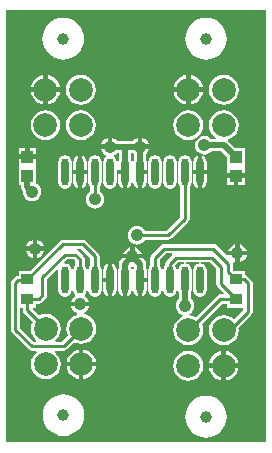
<source format=gbl>
G04 Layer_Physical_Order=2*
G04 Layer_Color=12500520*
%FSLAX25Y25*%
%MOIN*%
G70*
G01*
G75*
%ADD10O,0.02362X0.09055*%
%ADD11R,0.03937X0.03937*%
%ADD13R,0.03937X0.03740*%
%ADD14C,0.02000*%
%ADD15C,0.01000*%
%ADD17C,0.07874*%
%ADD18C,0.03937*%
%ADD19C,0.04200*%
G36*
X87000Y500D02*
X500D01*
Y144500D01*
X87000D01*
Y500D01*
D02*
G37*
%LPC*%
G36*
X41750Y65528D02*
X41691Y65520D01*
X40937Y65208D01*
X40289Y64711D01*
X39792Y64063D01*
X39480Y63309D01*
X39472Y63250D01*
X41750D01*
Y65528D01*
D02*
G37*
G36*
X13028Y64250D02*
X10750D01*
Y61972D01*
X10809Y61980D01*
X11563Y62292D01*
X12211Y62789D01*
X12708Y63437D01*
X13020Y64191D01*
X13028Y64250D01*
D02*
G37*
G36*
X76750Y66528D02*
X76691Y66520D01*
X75937Y66208D01*
X75289Y65711D01*
X74792Y65063D01*
X74480Y64309D01*
X74472Y64250D01*
X76750D01*
Y66528D01*
D02*
G37*
G36*
X43250Y65528D02*
Y63250D01*
X45528D01*
X45520Y63309D01*
X45208Y64063D01*
X44711Y64711D01*
X44063Y65208D01*
X43309Y65520D01*
X43250Y65528D01*
D02*
G37*
G36*
X69500Y66529D02*
X53000D01*
X52415Y66413D01*
X51919Y66082D01*
X48919Y63082D01*
X48587Y62585D01*
X48471Y62000D01*
Y59436D01*
X48428Y59407D01*
X47945Y58686D01*
X47776Y57835D01*
Y51142D01*
X47945Y50291D01*
X48428Y49569D01*
X49149Y49087D01*
X50000Y48918D01*
X50851Y49087D01*
X51573Y49569D01*
X52055Y50291D01*
X52224Y51142D01*
Y57835D01*
X52055Y58686D01*
X51573Y59407D01*
X51529Y59436D01*
Y61367D01*
X53633Y63471D01*
X55623D01*
X55671Y63408D01*
X55808Y62971D01*
X53919Y61081D01*
X53587Y60585D01*
X53471Y60000D01*
Y59436D01*
X53428Y59407D01*
X52946Y58686D01*
X52776Y57835D01*
Y51142D01*
X52946Y50291D01*
X53428Y49569D01*
X54149Y49087D01*
X55000Y48918D01*
X55851Y49087D01*
X56573Y49569D01*
X57055Y50291D01*
X57224Y51142D01*
Y57835D01*
X57055Y58686D01*
X56573Y59407D01*
X56572Y59409D01*
X57634Y60471D01*
X59509D01*
X59558Y59971D01*
X59149Y59889D01*
X58428Y59407D01*
X57946Y58686D01*
X57776Y57835D01*
Y51142D01*
X57946Y50291D01*
X57961Y50268D01*
Y48343D01*
X57789Y48211D01*
X57292Y47563D01*
X56980Y46809D01*
X56873Y46000D01*
X56980Y45191D01*
X57292Y44437D01*
X57789Y43789D01*
X58437Y43292D01*
X59191Y42980D01*
X59313Y42964D01*
X59381Y42450D01*
X58610Y42131D01*
X57579Y41340D01*
X56788Y40309D01*
X56290Y39108D01*
X56120Y37819D01*
X56290Y36530D01*
X56788Y35329D01*
X57579Y34298D01*
X58610Y33507D01*
X59811Y33009D01*
X61100Y32839D01*
X62389Y33009D01*
X63590Y33507D01*
X64621Y34298D01*
X65412Y35329D01*
X65910Y36530D01*
X66080Y37819D01*
X65910Y39108D01*
X65576Y39913D01*
X72386Y46723D01*
X74032D01*
Y45382D01*
X79471D01*
Y44633D01*
X76283Y41446D01*
X75390Y42131D01*
X74189Y42629D01*
X72900Y42799D01*
X71611Y42629D01*
X70410Y42131D01*
X69379Y41340D01*
X68588Y40309D01*
X68090Y39108D01*
X67920Y37819D01*
X68090Y36530D01*
X68588Y35329D01*
X69379Y34298D01*
X70410Y33507D01*
X71611Y33009D01*
X72900Y32839D01*
X74189Y33009D01*
X75390Y33507D01*
X76421Y34298D01*
X77213Y35329D01*
X77710Y36530D01*
X77880Y37819D01*
X77775Y38612D01*
X82081Y42919D01*
X82413Y43415D01*
X82529Y44000D01*
Y53500D01*
X82413Y54085D01*
X82081Y54581D01*
X80834Y55830D01*
X80337Y56161D01*
X79969Y56234D01*
Y57618D01*
X76293D01*
X76029Y57882D01*
Y60000D01*
X75983Y60232D01*
X76422Y60591D01*
X76691Y60480D01*
X76750Y60472D01*
Y62750D01*
X74104D01*
X73976Y62687D01*
X70582Y66082D01*
X70085Y66413D01*
X69500Y66529D01*
D02*
G37*
G36*
X34250Y59909D02*
X34149Y59889D01*
X33428Y59407D01*
X32945Y58686D01*
X32776Y57835D01*
Y55238D01*
X34250D01*
Y59909D01*
D02*
G37*
G36*
X9250Y64250D02*
X6972D01*
X6980Y64191D01*
X7292Y63437D01*
X7789Y62789D01*
X8437Y62292D01*
X9191Y61980D01*
X9250Y61972D01*
Y64250D01*
D02*
G37*
G36*
X80528Y62750D02*
X78250D01*
Y60472D01*
X78309Y60480D01*
X79063Y60792D01*
X79711Y61289D01*
X80208Y61937D01*
X80520Y62691D01*
X80528Y62750D01*
D02*
G37*
G36*
X10469Y94900D02*
X4532D01*
Y92681D01*
X4532D01*
Y92319D01*
X4532D01*
Y86382D01*
X5461D01*
Y85500D01*
X5616Y84720D01*
X5910Y84280D01*
X5873Y84000D01*
X5980Y83191D01*
X6292Y82437D01*
X6789Y81789D01*
X7437Y81292D01*
X8191Y80980D01*
X9000Y80873D01*
X9809Y80980D01*
X10563Y81292D01*
X11211Y81789D01*
X11708Y82437D01*
X12020Y83191D01*
X12127Y84000D01*
X12020Y84809D01*
X11708Y85563D01*
X11211Y86211D01*
X10563Y86708D01*
X10469Y86747D01*
Y92319D01*
X10469D01*
Y92681D01*
X10469D01*
Y94900D01*
D02*
G37*
G36*
X30000Y96082D02*
X29149Y95913D01*
X28428Y95431D01*
X27946Y94709D01*
X27776Y93858D01*
Y87165D01*
X27946Y86314D01*
X28428Y85593D01*
X28471Y85564D01*
Y84222D01*
X28437Y84208D01*
X27789Y83711D01*
X27292Y83063D01*
X26980Y82309D01*
X26873Y81500D01*
X26980Y80691D01*
X27292Y79937D01*
X27789Y79289D01*
X28437Y78792D01*
X29191Y78480D01*
X30000Y78373D01*
X30809Y78480D01*
X31563Y78792D01*
X32211Y79289D01*
X32708Y79937D01*
X33020Y80691D01*
X33127Y81500D01*
X33020Y82309D01*
X32708Y83063D01*
X32211Y83711D01*
X31563Y84208D01*
X31529Y84222D01*
Y85564D01*
X31572Y85593D01*
X32055Y86314D01*
X32224Y87165D01*
Y93858D01*
X32055Y94709D01*
X31572Y95431D01*
X30851Y95913D01*
X30000Y96082D01*
D02*
G37*
G36*
X50000D02*
X49149Y95913D01*
X48428Y95431D01*
X47945Y94709D01*
X47776Y93858D01*
Y87165D01*
X47945Y86314D01*
X48428Y85593D01*
X49149Y85111D01*
X50000Y84942D01*
X50851Y85111D01*
X51573Y85593D01*
X52055Y86314D01*
X52224Y87165D01*
Y93858D01*
X52055Y94709D01*
X51573Y95431D01*
X50851Y95913D01*
X50000Y96082D01*
D02*
G37*
G36*
X20000D02*
X19149Y95913D01*
X18428Y95431D01*
X17945Y94709D01*
X17776Y93858D01*
Y87165D01*
X17945Y86314D01*
X18428Y85593D01*
X19149Y85111D01*
X20000Y84942D01*
X20851Y85111D01*
X21573Y85593D01*
X22055Y86314D01*
X22224Y87165D01*
Y93858D01*
X22055Y94709D01*
X21573Y95431D01*
X20851Y95913D01*
X20000Y96082D01*
D02*
G37*
G36*
X9250Y68028D02*
X9191Y68020D01*
X8437Y67708D01*
X7789Y67211D01*
X7292Y66563D01*
X6980Y65809D01*
X6972Y65750D01*
X9250D01*
Y68028D01*
D02*
G37*
G36*
X78250Y66528D02*
Y64250D01*
X80528D01*
X80520Y64309D01*
X80208Y65063D01*
X79711Y65711D01*
X79063Y66208D01*
X78309Y66520D01*
X78250Y66528D01*
D02*
G37*
G36*
X60000Y96082D02*
X59149Y95913D01*
X58428Y95431D01*
X57946Y94709D01*
X57776Y93858D01*
Y87165D01*
X57946Y86314D01*
X58428Y85593D01*
X58471Y85564D01*
Y75634D01*
X53867Y71029D01*
X46722D01*
X46708Y71063D01*
X46211Y71711D01*
X45563Y72208D01*
X44809Y72520D01*
X44000Y72627D01*
X43191Y72520D01*
X42437Y72208D01*
X41789Y71711D01*
X41292Y71063D01*
X40980Y70309D01*
X40873Y69500D01*
X40980Y68691D01*
X41292Y67937D01*
X41789Y67289D01*
X42437Y66792D01*
X43191Y66480D01*
X44000Y66373D01*
X44809Y66480D01*
X45563Y66792D01*
X46211Y67289D01*
X46708Y67937D01*
X46722Y67971D01*
X54500D01*
X55085Y68087D01*
X55581Y68419D01*
X61081Y73919D01*
X61413Y74415D01*
X61432Y74512D01*
X61529Y75000D01*
Y85564D01*
X61572Y85593D01*
X62055Y86314D01*
X62224Y87165D01*
Y93858D01*
X62055Y94709D01*
X61572Y95431D01*
X60851Y95913D01*
X60000Y96082D01*
D02*
G37*
G36*
X10750Y68028D02*
Y65750D01*
X13028D01*
X13020Y65809D01*
X12708Y66563D01*
X12211Y67211D01*
X11563Y67708D01*
X10809Y68020D01*
X10750Y68028D01*
D02*
G37*
G36*
X24650Y25758D02*
X20519D01*
X20590Y25219D01*
X21088Y24018D01*
X21879Y22987D01*
X22910Y22195D01*
X24111Y21698D01*
X24650Y21627D01*
Y25758D01*
D02*
G37*
G36*
X77781Y25258D02*
X73650D01*
Y21127D01*
X74189Y21198D01*
X75390Y21695D01*
X76421Y22487D01*
X77213Y23518D01*
X77710Y24719D01*
X77781Y25258D01*
D02*
G37*
G36*
X72150Y30889D02*
X71611Y30818D01*
X70410Y30320D01*
X69379Y29529D01*
X68588Y28498D01*
X68090Y27297D01*
X68019Y26758D01*
X72150D01*
Y30889D01*
D02*
G37*
G36*
X30281Y25758D02*
X26150D01*
Y21627D01*
X26689Y21698D01*
X27890Y22195D01*
X28921Y22987D01*
X29713Y24018D01*
X30210Y25219D01*
X30281Y25758D01*
D02*
G37*
G36*
X19500Y16439D02*
X18146Y16306D01*
X16845Y15911D01*
X15645Y15270D01*
X14593Y14407D01*
X13731Y13355D01*
X13089Y12156D01*
X12695Y10854D01*
X12561Y9500D01*
X12695Y8146D01*
X13089Y6845D01*
X13731Y5645D01*
X14593Y4594D01*
X15645Y3731D01*
X16845Y3089D01*
X18146Y2695D01*
X19500Y2561D01*
X20854Y2695D01*
X22155Y3089D01*
X23355Y3731D01*
X24407Y4594D01*
X25270Y5645D01*
X25911Y6845D01*
X26306Y8146D01*
X26439Y9500D01*
X26306Y10854D01*
X25911Y12156D01*
X25270Y13355D01*
X24407Y14407D01*
X23355Y15270D01*
X22155Y15911D01*
X20854Y16306D01*
X19500Y16439D01*
D02*
G37*
G36*
X67000Y15939D02*
X65646Y15806D01*
X64345Y15411D01*
X63145Y14770D01*
X62094Y13907D01*
X61231Y12855D01*
X60589Y11655D01*
X60194Y10354D01*
X60061Y9000D01*
X60194Y7646D01*
X60589Y6345D01*
X61231Y5145D01*
X62094Y4093D01*
X63145Y3231D01*
X64345Y2589D01*
X65646Y2194D01*
X67000Y2061D01*
X68354Y2194D01*
X69656Y2589D01*
X70855Y3231D01*
X71907Y4093D01*
X72770Y5145D01*
X73411Y6345D01*
X73806Y7646D01*
X73939Y9000D01*
X73806Y10354D01*
X73411Y11655D01*
X72770Y12855D01*
X71907Y13907D01*
X70855Y14770D01*
X69656Y15411D01*
X68354Y15806D01*
X67000Y15939D01*
D02*
G37*
G36*
X72150Y25258D02*
X68019D01*
X68090Y24719D01*
X68588Y23518D01*
X69379Y22487D01*
X70410Y21695D01*
X71611Y21198D01*
X72150Y21127D01*
Y25258D01*
D02*
G37*
G36*
X61100Y30988D02*
X59811Y30818D01*
X58610Y30320D01*
X57579Y29529D01*
X56788Y28498D01*
X56290Y27297D01*
X56120Y26008D01*
X56290Y24719D01*
X56788Y23518D01*
X57579Y22487D01*
X58610Y21695D01*
X59811Y21198D01*
X61100Y21028D01*
X62389Y21198D01*
X63590Y21695D01*
X64621Y22487D01*
X65412Y23518D01*
X65910Y24719D01*
X66080Y26008D01*
X65910Y27297D01*
X65412Y28498D01*
X64621Y29529D01*
X63590Y30320D01*
X62389Y30818D01*
X61100Y30988D01*
D02*
G37*
G36*
X35750Y59909D02*
Y54488D01*
Y49067D01*
X35851Y49087D01*
X36573Y49569D01*
X37055Y50291D01*
X37224Y51142D01*
Y57835D01*
X37055Y58686D01*
X36573Y59407D01*
X35851Y59889D01*
X35750Y59909D01*
D02*
G37*
G36*
X34250Y53738D02*
X32776D01*
Y51142D01*
X32945Y50291D01*
X33428Y49569D01*
X34149Y49087D01*
X34250Y49067D01*
Y53738D01*
D02*
G37*
G36*
X47224D02*
X45750D01*
Y49067D01*
X45851Y49087D01*
X46573Y49569D01*
X47055Y50291D01*
X47224Y51142D01*
Y53738D01*
D02*
G37*
G36*
X46134Y61750D02*
X38866D01*
X38558Y61442D01*
X38116Y60780D01*
X37961Y60000D01*
Y58709D01*
X37946Y58686D01*
X37776Y57835D01*
Y51142D01*
X37946Y50291D01*
X38428Y49569D01*
X39149Y49087D01*
X39250Y49067D01*
Y54488D01*
X40750D01*
Y49067D01*
X40851Y49087D01*
X41572Y49569D01*
X42055Y50291D01*
X42224Y51142D01*
Y57835D01*
X42055Y58686D01*
X42039Y58709D01*
Y59010D01*
X42446Y59380D01*
X42500Y59373D01*
X42554Y59380D01*
X42961Y59010D01*
Y58709D01*
X42946Y58686D01*
X42776Y57835D01*
Y51142D01*
X42946Y50291D01*
X43428Y49569D01*
X44149Y49087D01*
X44250Y49067D01*
Y54488D01*
X45000D01*
Y55238D01*
X47224D01*
Y57835D01*
X47055Y58686D01*
X47039Y58709D01*
Y60000D01*
X46884Y60780D01*
X46442Y61442D01*
X46134Y61750D01*
D02*
G37*
G36*
X24650Y31389D02*
X24111Y31318D01*
X22910Y30820D01*
X21879Y30029D01*
X21088Y28998D01*
X20590Y27797D01*
X20519Y27258D01*
X24650D01*
Y31389D01*
D02*
G37*
G36*
X73650Y30889D02*
Y26758D01*
X77781D01*
X77710Y27297D01*
X77213Y28498D01*
X76421Y29529D01*
X75390Y30320D01*
X74189Y30818D01*
X73650Y30889D01*
D02*
G37*
G36*
X26000Y68029D02*
X19252D01*
X18667Y67913D01*
X18171Y67581D01*
X8207Y57618D01*
X4532D01*
Y56029D01*
X4500D01*
X4012Y55932D01*
X3915Y55913D01*
X3419Y55581D01*
X2419Y54581D01*
X2087Y54085D01*
X1971Y53500D01*
Y38000D01*
X2087Y37415D01*
X2419Y36919D01*
X7919Y31419D01*
X8415Y31087D01*
X9000Y30971D01*
X10485D01*
X10655Y30471D01*
X10079Y30029D01*
X9288Y28998D01*
X8790Y27797D01*
X8620Y26508D01*
X8790Y25219D01*
X9288Y24018D01*
X10079Y22987D01*
X11110Y22195D01*
X12311Y21698D01*
X13600Y21528D01*
X14889Y21698D01*
X16090Y22195D01*
X17121Y22987D01*
X17912Y24018D01*
X18410Y25219D01*
X18580Y26508D01*
X18410Y27797D01*
X17912Y28998D01*
X17121Y30029D01*
X16546Y30471D01*
X16715Y30971D01*
X19581D01*
X20166Y31087D01*
X20663Y31419D01*
X23151Y33907D01*
X24111Y33509D01*
X25400Y33339D01*
X26689Y33509D01*
X27890Y34007D01*
X28921Y34798D01*
X29713Y35829D01*
X30210Y37030D01*
X30380Y38319D01*
X30210Y39608D01*
X29713Y40809D01*
X28921Y41840D01*
X27890Y42631D01*
X26689Y43129D01*
X26370Y43171D01*
X26302Y43684D01*
X26563Y43792D01*
X27211Y44289D01*
X27708Y44937D01*
X28020Y45691D01*
X28028Y45750D01*
X21972D01*
X21980Y45691D01*
X22292Y44937D01*
X22789Y44289D01*
X23437Y43792D01*
X23923Y43591D01*
X23921Y43050D01*
X22910Y42631D01*
X21879Y41840D01*
X21088Y40809D01*
X20590Y39608D01*
X20420Y38319D01*
X20590Y37030D01*
X20988Y36070D01*
X18948Y34029D01*
X16897D01*
X16737Y34503D01*
X17121Y34798D01*
X17912Y35829D01*
X18410Y37030D01*
X18580Y38319D01*
X18410Y39608D01*
X17912Y40809D01*
X17121Y41840D01*
X16090Y42631D01*
X14889Y43129D01*
X13600Y43299D01*
X12311Y43129D01*
X11351Y42731D01*
X9200Y44882D01*
X9407Y45382D01*
X10469D01*
Y46723D01*
X11252D01*
X11837Y46839D01*
X12333Y47171D01*
X13581Y48419D01*
X13913Y48915D01*
X14029Y49500D01*
Y54867D01*
X17333Y58170D01*
X17794Y57924D01*
X17776Y57835D01*
Y51142D01*
X17945Y50291D01*
X18428Y49569D01*
X19149Y49087D01*
X20000Y48918D01*
X20851Y49087D01*
X21573Y49569D01*
X22055Y50291D01*
X22224Y51142D01*
Y57835D01*
X22055Y58686D01*
X21573Y59407D01*
X20851Y59889D01*
X20000Y60058D01*
X19911Y60041D01*
X19664Y60502D01*
X20633Y61471D01*
X22867D01*
X23471Y60867D01*
Y59436D01*
X23428Y59407D01*
X22945Y58686D01*
X22776Y57835D01*
Y51142D01*
X22945Y50291D01*
X23335Y49707D01*
X23388Y49449D01*
X23265Y49076D01*
X22789Y48711D01*
X22292Y48063D01*
X21980Y47309D01*
X21972Y47250D01*
X28028D01*
X28020Y47309D01*
X27708Y48063D01*
X27211Y48711D01*
X26735Y49076D01*
X26612Y49449D01*
X26665Y49707D01*
X27055Y50291D01*
X27224Y51142D01*
Y57835D01*
X27055Y58686D01*
X26572Y59407D01*
X26529Y59436D01*
Y61500D01*
X26413Y62085D01*
X26081Y62581D01*
X24581Y64082D01*
X24085Y64413D01*
X23796Y64471D01*
X23845Y64971D01*
X25367D01*
X28471Y61866D01*
Y59436D01*
X28428Y59407D01*
X27946Y58686D01*
X27776Y57835D01*
Y51142D01*
X27946Y50291D01*
X28428Y49569D01*
X29149Y49087D01*
X30000Y48918D01*
X30851Y49087D01*
X31572Y49569D01*
X32055Y50291D01*
X32224Y51142D01*
Y57835D01*
X32055Y58686D01*
X31572Y59407D01*
X31529Y59436D01*
Y62500D01*
X31432Y62988D01*
X31413Y63085D01*
X31082Y63582D01*
X27082Y67581D01*
X26585Y67913D01*
X26000Y68029D01*
D02*
G37*
G36*
X26150Y31389D02*
Y27258D01*
X30281D01*
X30210Y27797D01*
X29713Y28998D01*
X28921Y30029D01*
X27890Y30820D01*
X26689Y31318D01*
X26150Y31389D01*
D02*
G37*
G36*
X55000Y96082D02*
X54149Y95913D01*
X53428Y95431D01*
X52946Y94709D01*
X52776Y93858D01*
Y87165D01*
X52946Y86314D01*
X53428Y85593D01*
X54149Y85111D01*
X55000Y84942D01*
X55851Y85111D01*
X56573Y85593D01*
X57055Y86314D01*
X57224Y87165D01*
Y93858D01*
X57055Y94709D01*
X56573Y95431D01*
X55851Y95913D01*
X55000Y96082D01*
D02*
G37*
G36*
X72900Y122972D02*
X71611Y122802D01*
X70410Y122305D01*
X69379Y121513D01*
X68588Y120482D01*
X68090Y119281D01*
X67920Y117992D01*
X68090Y116703D01*
X68588Y115502D01*
X69379Y114471D01*
X70410Y113680D01*
X71611Y113182D01*
X72900Y113013D01*
X74189Y113182D01*
X75390Y113680D01*
X76421Y114471D01*
X77213Y115502D01*
X77710Y116703D01*
X77880Y117992D01*
X77710Y119281D01*
X77213Y120482D01*
X76421Y121513D01*
X75390Y122305D01*
X74189Y122802D01*
X72900Y122972D01*
D02*
G37*
G36*
X25300D02*
X24011Y122802D01*
X22810Y122305D01*
X21779Y121513D01*
X20988Y120482D01*
X20490Y119281D01*
X20320Y117992D01*
X20490Y116703D01*
X20988Y115502D01*
X21779Y114471D01*
X22810Y113680D01*
X24011Y113182D01*
X25300Y113013D01*
X26589Y113182D01*
X27790Y113680D01*
X28821Y114471D01*
X29612Y115502D01*
X30110Y116703D01*
X30280Y117992D01*
X30110Y119281D01*
X29612Y120482D01*
X28821Y121513D01*
X27790Y122305D01*
X26589Y122802D01*
X25300Y122972D01*
D02*
G37*
G36*
X18381Y117242D02*
X14250D01*
Y113111D01*
X14789Y113182D01*
X15990Y113680D01*
X17021Y114471D01*
X17812Y115502D01*
X18310Y116703D01*
X18381Y117242D01*
D02*
G37*
G36*
X12750D02*
X8619D01*
X8690Y116703D01*
X9188Y115502D01*
X9979Y114471D01*
X11010Y113680D01*
X12211Y113182D01*
X12750Y113111D01*
Y117242D01*
D02*
G37*
G36*
X25300Y111161D02*
X24011Y110991D01*
X22810Y110494D01*
X21779Y109702D01*
X20988Y108671D01*
X20490Y107470D01*
X20320Y106181D01*
X20490Y104892D01*
X20988Y103691D01*
X21779Y102660D01*
X22810Y101869D01*
X24011Y101371D01*
X25300Y101201D01*
X26589Y101371D01*
X27790Y101869D01*
X28821Y102660D01*
X29612Y103691D01*
X30110Y104892D01*
X30280Y106181D01*
X30110Y107470D01*
X29612Y108671D01*
X28821Y109702D01*
X27790Y110494D01*
X26589Y110991D01*
X25300Y111161D01*
D02*
G37*
G36*
X13500D02*
X12211Y110991D01*
X11010Y110494D01*
X9979Y109702D01*
X9188Y108671D01*
X8690Y107470D01*
X8520Y106181D01*
X8690Y104892D01*
X9188Y103691D01*
X9979Y102660D01*
X11010Y101869D01*
X12211Y101371D01*
X13500Y101201D01*
X14789Y101371D01*
X15990Y101869D01*
X17021Y102660D01*
X17812Y103691D01*
X18310Y104892D01*
X18480Y106181D01*
X18310Y107470D01*
X17812Y108671D01*
X17021Y109702D01*
X15990Y110494D01*
X14789Y110991D01*
X13500Y111161D01*
D02*
G37*
G36*
X72900D02*
X71611Y110991D01*
X70410Y110494D01*
X69379Y109702D01*
X68588Y108671D01*
X68090Y107470D01*
X67920Y106181D01*
X68090Y104892D01*
X68588Y103691D01*
X69379Y102660D01*
X70188Y102039D01*
X70018Y101539D01*
X68843D01*
X68711Y101711D01*
X68063Y102208D01*
X67309Y102520D01*
X66500Y102627D01*
X65691Y102520D01*
X64937Y102208D01*
X64289Y101711D01*
X63792Y101063D01*
X63480Y100309D01*
X63373Y99500D01*
X63480Y98691D01*
X63792Y97937D01*
X64289Y97289D01*
X64937Y96792D01*
X65691Y96480D01*
X66500Y96373D01*
X67309Y96480D01*
X68063Y96792D01*
X68711Y97289D01*
X68843Y97461D01*
X72006D01*
X74032Y95435D01*
Y92681D01*
X74032D01*
Y92319D01*
X74032D01*
Y90101D01*
X79969D01*
Y92319D01*
X79969D01*
Y92681D01*
X79969D01*
Y98618D01*
X76616D01*
X74325Y100909D01*
X74325Y101086D01*
X74412Y101463D01*
X75390Y101869D01*
X76421Y102660D01*
X77213Y103691D01*
X77710Y104892D01*
X77880Y106181D01*
X77710Y107470D01*
X77213Y108671D01*
X76421Y109702D01*
X75390Y110494D01*
X74189Y110991D01*
X72900Y111161D01*
D02*
G37*
G36*
X61100D02*
X59811Y110991D01*
X58610Y110494D01*
X57579Y109702D01*
X56788Y108671D01*
X56290Y107470D01*
X56120Y106181D01*
X56290Y104892D01*
X56788Y103691D01*
X57579Y102660D01*
X58610Y101869D01*
X59811Y101371D01*
X61100Y101201D01*
X62389Y101371D01*
X63590Y101869D01*
X64621Y102660D01*
X65412Y103691D01*
X65910Y104892D01*
X66080Y106181D01*
X65910Y107470D01*
X65412Y108671D01*
X64621Y109702D01*
X63590Y110494D01*
X62389Y110991D01*
X61100Y111161D01*
D02*
G37*
G36*
X61850Y122873D02*
Y118742D01*
X65981D01*
X65910Y119281D01*
X65412Y120482D01*
X64621Y121513D01*
X63590Y122305D01*
X62389Y122802D01*
X61850Y122873D01*
D02*
G37*
G36*
X60350D02*
X59811Y122802D01*
X58610Y122305D01*
X57579Y121513D01*
X56788Y120482D01*
X56290Y119281D01*
X56219Y118742D01*
X60350D01*
Y122873D01*
D02*
G37*
G36*
X67000Y141939D02*
X65646Y141806D01*
X64345Y141411D01*
X63145Y140770D01*
X62094Y139907D01*
X61231Y138855D01*
X60589Y137655D01*
X60194Y136354D01*
X60061Y135000D01*
X60194Y133646D01*
X60589Y132345D01*
X61231Y131145D01*
X62094Y130094D01*
X63145Y129230D01*
X64345Y128589D01*
X65646Y128194D01*
X67000Y128061D01*
X68354Y128194D01*
X69656Y128589D01*
X70855Y129230D01*
X71907Y130094D01*
X72770Y131145D01*
X73411Y132345D01*
X73806Y133646D01*
X73939Y135000D01*
X73806Y136354D01*
X73411Y137655D01*
X72770Y138855D01*
X71907Y139907D01*
X70855Y140770D01*
X69656Y141411D01*
X68354Y141806D01*
X67000Y141939D01*
D02*
G37*
G36*
X19400D02*
X18046Y141806D01*
X16745Y141411D01*
X15545Y140770D01*
X14493Y139907D01*
X13631Y138855D01*
X12989Y137655D01*
X12595Y136354D01*
X12461Y135000D01*
X12595Y133646D01*
X12989Y132345D01*
X13631Y131145D01*
X14493Y130094D01*
X15545Y129230D01*
X16745Y128589D01*
X18046Y128194D01*
X19400Y128061D01*
X20754Y128194D01*
X22055Y128589D01*
X23255Y129230D01*
X24307Y130094D01*
X25170Y131145D01*
X25811Y132345D01*
X26206Y133646D01*
X26339Y135000D01*
X26206Y136354D01*
X25811Y137655D01*
X25170Y138855D01*
X24307Y139907D01*
X23255Y140770D01*
X22055Y141411D01*
X20754Y141806D01*
X19400Y141939D01*
D02*
G37*
G36*
X65981Y117242D02*
X61850D01*
Y113111D01*
X62389Y113182D01*
X63590Y113680D01*
X64621Y114471D01*
X65412Y115502D01*
X65910Y116703D01*
X65981Y117242D01*
D02*
G37*
G36*
X60350D02*
X56219D01*
X56290Y116703D01*
X56788Y115502D01*
X57579Y114471D01*
X58610Y113680D01*
X59811Y113182D01*
X60350Y113111D01*
Y117242D01*
D02*
G37*
G36*
X14250Y122873D02*
Y118742D01*
X18381D01*
X18310Y119281D01*
X17812Y120482D01*
X17021Y121513D01*
X15990Y122305D01*
X14789Y122802D01*
X14250Y122873D01*
D02*
G37*
G36*
X12750D02*
X12211Y122802D01*
X11010Y122305D01*
X9979Y121513D01*
X9188Y120482D01*
X8690Y119281D01*
X8619Y118742D01*
X12750D01*
Y122873D01*
D02*
G37*
G36*
X44250Y102028D02*
X44191Y102020D01*
X43437Y101708D01*
X42789Y101211D01*
X42657Y101039D01*
X37343D01*
X37211Y101211D01*
X36563Y101708D01*
X35809Y102020D01*
X35750Y102028D01*
Y99000D01*
X35000D01*
Y98250D01*
X31972D01*
X31980Y98191D01*
X32292Y97437D01*
X32789Y96789D01*
X33437Y96292D01*
X33671Y96195D01*
X33727Y95631D01*
X33428Y95431D01*
X32945Y94709D01*
X32776Y93858D01*
Y87165D01*
X32945Y86314D01*
X33428Y85593D01*
X34149Y85111D01*
X35000Y84942D01*
X35851Y85111D01*
X36573Y85593D01*
X37055Y86314D01*
X37224Y87165D01*
Y93858D01*
X37055Y94709D01*
X36573Y95431D01*
X36273Y95631D01*
X36329Y96195D01*
X36563Y96292D01*
X37211Y96789D01*
X37343Y96961D01*
X37961D01*
Y94732D01*
X37946Y94709D01*
X37776Y93858D01*
Y91262D01*
X40000D01*
Y90512D01*
X40750D01*
Y85091D01*
X40851Y85111D01*
X41572Y85593D01*
X42055Y86314D01*
X42224Y87165D01*
Y93858D01*
X42055Y94709D01*
X42039Y94732D01*
Y96961D01*
X42657D01*
X42789Y96789D01*
X42961Y96657D01*
Y94732D01*
X42946Y94709D01*
X42776Y93858D01*
Y87165D01*
X42946Y86314D01*
X43428Y85593D01*
X44149Y85111D01*
X44250Y85091D01*
Y90512D01*
X45000D01*
Y91262D01*
X47224D01*
Y93858D01*
X47055Y94709D01*
X47039Y94732D01*
Y96657D01*
X47211Y96789D01*
X47708Y97437D01*
X48020Y98191D01*
X48028Y98250D01*
X45000D01*
Y99000D01*
X44250D01*
Y102028D01*
D02*
G37*
G36*
X76250Y88600D02*
X74032D01*
Y86382D01*
X76250D01*
Y88600D01*
D02*
G37*
G36*
X67224Y89762D02*
X65750D01*
Y85091D01*
X65851Y85111D01*
X66572Y85593D01*
X67055Y86314D01*
X67224Y87165D01*
Y89762D01*
D02*
G37*
G36*
X24250Y95933D02*
X24149Y95913D01*
X23428Y95431D01*
X22945Y94709D01*
X22776Y93858D01*
Y91262D01*
X24250D01*
Y95933D01*
D02*
G37*
G36*
X79969Y88600D02*
X77750D01*
Y86382D01*
X79969D01*
Y88600D01*
D02*
G37*
G36*
X64250Y89762D02*
X62776D01*
Y87165D01*
X62945Y86314D01*
X63428Y85593D01*
X64149Y85111D01*
X64250Y85091D01*
Y89762D01*
D02*
G37*
G36*
X27224D02*
X25750D01*
Y85091D01*
X25851Y85111D01*
X26572Y85593D01*
X27055Y86314D01*
X27224Y87165D01*
Y89762D01*
D02*
G37*
G36*
X24250D02*
X22776D01*
Y87165D01*
X22945Y86314D01*
X23428Y85593D01*
X24149Y85111D01*
X24250Y85091D01*
Y89762D01*
D02*
G37*
G36*
X47224D02*
X45750D01*
Y85091D01*
X45851Y85111D01*
X46573Y85593D01*
X47055Y86314D01*
X47224Y87165D01*
Y89762D01*
D02*
G37*
G36*
X39250D02*
X37776D01*
Y87165D01*
X37946Y86314D01*
X38428Y85593D01*
X39149Y85111D01*
X39250Y85091D01*
Y89762D01*
D02*
G37*
G36*
X10469Y98618D02*
X8250D01*
Y96400D01*
X10469D01*
Y98618D01*
D02*
G37*
G36*
X6750D02*
X4532D01*
Y96400D01*
X6750D01*
Y98618D01*
D02*
G37*
G36*
X45750Y102028D02*
Y99750D01*
X48028D01*
X48020Y99809D01*
X47708Y100563D01*
X47211Y101211D01*
X46563Y101708D01*
X45809Y102020D01*
X45750Y102028D01*
D02*
G37*
G36*
X34250D02*
X34191Y102020D01*
X33437Y101708D01*
X32789Y101211D01*
X32292Y100563D01*
X31980Y99809D01*
X31972Y99750D01*
X34250D01*
Y102028D01*
D02*
G37*
G36*
X64250Y95933D02*
X64149Y95913D01*
X63428Y95431D01*
X62945Y94709D01*
X62776Y93858D01*
Y91262D01*
X64250D01*
Y95933D01*
D02*
G37*
G36*
X25750D02*
Y91262D01*
X27224D01*
Y93858D01*
X27055Y94709D01*
X26572Y95431D01*
X25851Y95913D01*
X25750Y95933D01*
D02*
G37*
G36*
X65750D02*
Y91262D01*
X67224D01*
Y93858D01*
X67055Y94709D01*
X66572Y95431D01*
X65851Y95913D01*
X65750Y95933D01*
D02*
G37*
%LPD*%
G36*
X5971Y44419D02*
X6087Y43834D01*
X6419Y43338D01*
X9188Y40568D01*
X8790Y39608D01*
X8620Y38319D01*
X8790Y37030D01*
X9288Y35829D01*
X10079Y34798D01*
X10463Y34503D01*
X10303Y34029D01*
X9634D01*
X5029Y38634D01*
Y45382D01*
X5971D01*
Y44419D01*
D02*
G37*
G36*
X70471Y58367D02*
Y53252D01*
X70587Y52667D01*
X70919Y52171D01*
X72846Y50243D01*
X72654Y49781D01*
X71752D01*
X71167Y49665D01*
X70671Y49334D01*
X63504Y42167D01*
X62389Y42629D01*
X61539Y42741D01*
X61471Y43254D01*
X61563Y43292D01*
X62211Y43789D01*
X62708Y44437D01*
X63020Y45191D01*
X63127Y46000D01*
X63020Y46809D01*
X62708Y47563D01*
X62211Y48211D01*
X62039Y48343D01*
Y50268D01*
X62055Y50291D01*
X62224Y51142D01*
Y57835D01*
X62055Y58686D01*
X61572Y59407D01*
X60851Y59889D01*
X60442Y59971D01*
X60491Y60471D01*
X64509D01*
X64558Y59971D01*
X64149Y59889D01*
X63428Y59407D01*
X62945Y58686D01*
X62776Y57835D01*
Y51142D01*
X62945Y50291D01*
X63428Y49569D01*
X64149Y49087D01*
X65000Y48918D01*
X65851Y49087D01*
X66572Y49569D01*
X67055Y50291D01*
X67224Y51142D01*
Y57835D01*
X67055Y58686D01*
X66572Y59407D01*
X65851Y59889D01*
X65442Y59971D01*
X65491Y60471D01*
X68367D01*
X70471Y58367D01*
D02*
G37*
D10*
X65000Y54488D02*
D03*
X60000D02*
D03*
X55000D02*
D03*
X50000D02*
D03*
X45000D02*
D03*
X40000D02*
D03*
X35000D02*
D03*
X30000D02*
D03*
X25000D02*
D03*
X20000D02*
D03*
X65000Y90512D02*
D03*
X60000D02*
D03*
X55000D02*
D03*
X50000D02*
D03*
X45000D02*
D03*
X40000D02*
D03*
X35000D02*
D03*
X30000D02*
D03*
X25000D02*
D03*
X20000D02*
D03*
D11*
X77000Y89350D02*
D03*
Y95650D02*
D03*
X7500D02*
D03*
Y89350D02*
D03*
D13*
X77000Y54748D02*
D03*
Y48252D02*
D03*
X7500Y54748D02*
D03*
Y48252D02*
D03*
D14*
X40000Y99000D02*
X45000D01*
X35000D02*
X40000D01*
X7500Y85500D02*
X9000Y84000D01*
X7500Y85500D02*
Y89350D01*
X72851Y99500D02*
X76850Y95500D01*
X66500Y99500D02*
X72851D01*
X42500Y62500D02*
X45000Y60000D01*
Y54488D02*
Y60000D01*
X40000D02*
X42500Y62500D01*
X40000Y54488D02*
Y60000D01*
Y90512D02*
Y99000D01*
X45000Y90512D02*
Y99000D01*
X60000Y46000D02*
Y54488D01*
D15*
X72000Y53252D02*
X77000Y48252D01*
X72000Y53252D02*
Y59000D01*
X71752Y48252D02*
X77000D01*
X61819Y38319D02*
X71752Y48252D01*
X3500Y53500D02*
X4500Y54500D01*
X3500Y38000D02*
Y53500D01*
Y38000D02*
X9000Y32500D01*
X79752Y54748D02*
X81000Y53500D01*
Y44000D02*
Y53500D01*
X75319Y38319D02*
X81000Y44000D01*
X69500Y65000D02*
X74500Y60000D01*
Y57248D02*
Y60000D01*
Y57248D02*
X77000Y54748D01*
X53000Y65000D02*
X69500D01*
X7500Y44419D02*
Y48252D01*
Y44419D02*
X13600Y38319D01*
X60000Y75000D02*
Y90512D01*
X54500Y69500D02*
X60000Y75000D01*
X44000Y69500D02*
X54500D01*
X30000Y81500D02*
Y90512D01*
X77000Y54748D02*
X79752D01*
X69000Y62000D02*
X72000Y59000D01*
X19252Y66500D02*
X26000D01*
X7500Y54748D02*
X19252Y66500D01*
X20000Y63000D02*
X23500D01*
X12500Y55500D02*
X20000Y63000D01*
X12500Y49500D02*
Y55500D01*
X76850Y95500D02*
X77000Y95650D01*
X26000Y66500D02*
X30000Y62500D01*
Y54783D02*
Y62500D01*
X7500Y48252D02*
X11252D01*
X12500Y49500D01*
X23500Y63000D02*
X25000Y61500D01*
Y54783D02*
Y61500D01*
X9000Y32500D02*
X19581D01*
X4500Y54500D02*
X7252D01*
X7500Y54748D01*
X19581Y32500D02*
X25400Y38319D01*
X70900D02*
X75319D01*
X59100D02*
X61819D01*
X50000Y62000D02*
X53000Y65000D01*
X50000Y54783D02*
Y62000D01*
X57000D02*
X69000D01*
X55000Y60000D02*
X57000Y62000D01*
X55000Y54783D02*
Y60000D01*
D17*
X61100Y106181D02*
D03*
X72900D02*
D03*
Y117992D02*
D03*
X61100D02*
D03*
X13500Y106181D02*
D03*
X25300D02*
D03*
Y117992D02*
D03*
X13500D02*
D03*
X72900Y37819D02*
D03*
X61100D02*
D03*
Y26008D02*
D03*
X72900D02*
D03*
X25400Y38319D02*
D03*
X13600D02*
D03*
Y26508D02*
D03*
X25400D02*
D03*
D18*
X67000Y135000D02*
D03*
X19400D02*
D03*
X67000Y9000D02*
D03*
X19500Y9500D02*
D03*
D19*
X35000Y99000D02*
D03*
X66500Y99500D02*
D03*
X77500Y63500D02*
D03*
X45000Y99000D02*
D03*
X9000Y84000D02*
D03*
X60000Y46000D02*
D03*
X44000Y69500D02*
D03*
X30000Y81500D02*
D03*
X42500Y62500D02*
D03*
X25000Y46500D02*
D03*
X10000Y65000D02*
D03*
M02*

</source>
